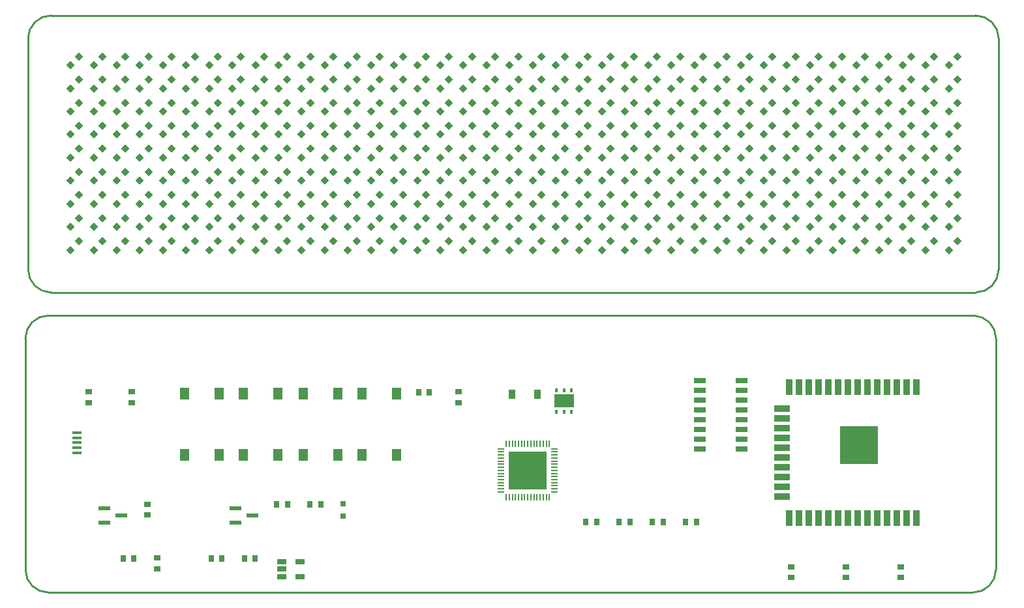
<source format=gtp>
%MOIN*%
%OFA0B0*%
%FSLAX44Y44*%
%IPPOS*%
%LPD*%
%ADD16C,0.01*%
%ADD18R,0.035433070866141732X0.07874015748031496*%
%ADD19R,0.07874015748031496X0.035433070866141732*%
%ADD20R,0.19685039370078741X0.19685039370078741*%
%ADD21R,0.035433070866141732X0.031496062992125991*%
%ADD22R,0.033070866141732283X0.0086614173228346455*%
%ADD23R,0.0086614173228346455X0.033070866141732283*%
%ADD24R,0.19488188976377954X0.19488188976377954*%
%ADD25R,0.047244094488188976X0.017716535433070866*%
%ADD26R,0.031496062992125991X0.035433070866141732*%
%ADD27R,0.060000000000000005X0.025*%
%ADD28R,0.051181102362204731X0.027559055118110236*%
%ADD29R,0.031496062992125991X0.031496062992125991*%
%ADD30R,0.062992125984251982X0.023622047244094488*%
%ADD31R,0.017716535433070866X0.023622047244094488*%
%ADD32R,0.10236220472440946X0.070866141732283464*%
%ADD33R,0.035984251968503939X0.047992125984251975*%
%ADD34R,0.051181102362204731X0.061019685039370088*%
%ADD47C,0.01*%
%ADD48P,0.044543307086614171X4X270*%
G01*
G75*
G36*
X00027444Y00008556D02*
X00027444Y00009281D01*
X00028168Y00009281D01*
X00028168Y00008556D01*
X00027444Y00008556D01*
D02*
G37*
G36*
X00027444Y00009533D02*
X00027444Y00010257D01*
X00028168Y00010257D01*
X00028168Y00009533D01*
X00027444Y00009533D01*
D02*
G37*
G36*
X00028420Y00008556D02*
X00028420Y00009281D01*
X00029145Y00009281D01*
X00029145Y00008556D01*
X00028420Y00008556D01*
D02*
G37*
G36*
X00028420Y00009533D02*
X00028420Y00010257D01*
X00029145Y00010257D01*
X00029145Y00009533D01*
X00028420Y00009533D01*
D02*
G37*
G36*
X00045835Y00011325D02*
X00045835Y00010078D01*
X00044587Y00010078D01*
X00044587Y00011325D01*
X00045835Y00011325D01*
D02*
G37*
D16*
X00003799Y00017331D02*
G03*
X00002618Y00016150J-00001181D01*
G01*
X00052224Y00016150D02*
G03*
X00051043Y00017331I-00001181D01*
G01*
X00051043Y00003158D02*
G03*
X00052224Y00004339J00001181D01*
G01*
X00002618Y00004339D02*
G03*
X00003799Y00003158I00001181D01*
G01*
X00002618Y00004339D02*
X00002618Y00016150D01*
X00003799Y00017321D02*
X00051043Y00017321D01*
X00003799Y00003158D02*
X00051043Y00003158D01*
X00052224Y00004339D02*
X00052224Y00016150D01*
D18*
X00048165Y00006960D02*
D03*
X00047665Y00006960D02*
D03*
X00047165Y00006960D02*
D03*
X00046665Y00006960D02*
D03*
X00046165Y00006960D02*
D03*
X00045665Y00006960D02*
D03*
X00045165Y00006960D02*
D03*
X00044665Y00006960D02*
D03*
X00044165Y00006960D02*
D03*
X00043665Y00006960D02*
D03*
X00043165Y00006960D02*
D03*
X00042665Y00006960D02*
D03*
X00042165Y00006960D02*
D03*
X00041665Y00006960D02*
D03*
X00041665Y00013653D02*
D03*
X00042165Y00013653D02*
D03*
X00042665Y00013653D02*
D03*
X00043165Y00013653D02*
D03*
X00043665Y00013653D02*
D03*
X00044165Y00013653D02*
D03*
X00044665Y00013653D02*
D03*
X00045165Y00013653D02*
D03*
X00045665Y00013653D02*
D03*
X00046165Y00013653D02*
D03*
X00046665Y00013653D02*
D03*
X00047165Y00013653D02*
D03*
X00047665Y00013653D02*
D03*
X00048165Y00013653D02*
D03*
D19*
X00041272Y00008057D02*
D03*
X00041272Y00008557D02*
D03*
X00041272Y00009057D02*
D03*
X00041272Y00009557D02*
D03*
X00041272Y00010057D02*
D03*
X00041272Y00010557D02*
D03*
X00041272Y00011057D02*
D03*
X00041272Y00011557D02*
D03*
X00041272Y00012057D02*
D03*
X00041272Y00012557D02*
D03*
D20*
X00045212Y00010700D02*
D03*
D21*
X00047344Y00003931D02*
D03*
X00047344Y00004482D02*
D03*
X00044544Y00003931D02*
D03*
X00044544Y00004482D02*
D03*
X00041744Y00003931D02*
D03*
X00041744Y00004482D02*
D03*
X00009344Y00004381D02*
D03*
X00009344Y00004932D02*
D03*
X00008844Y00007131D02*
D03*
X00008844Y00007682D02*
D03*
X00024744Y00012881D02*
D03*
X00024744Y00013432D02*
D03*
X00008044Y00012881D02*
D03*
X00008044Y00013432D02*
D03*
X00005844Y00012881D02*
D03*
X00005844Y00013432D02*
D03*
D22*
X00029651Y00008304D02*
D03*
X00029651Y00008462D02*
D03*
X00029651Y00008619D02*
D03*
X00029651Y00008777D02*
D03*
X00029651Y00008934D02*
D03*
X00029651Y00009092D02*
D03*
X00029651Y00009249D02*
D03*
X00029651Y00009407D02*
D03*
X00029651Y00009564D02*
D03*
X00029651Y00009722D02*
D03*
X00029651Y00009879D02*
D03*
X00029651Y00010037D02*
D03*
X00029651Y00010194D02*
D03*
X00029651Y00010351D02*
D03*
X00029651Y00010509D02*
D03*
X00026938Y00010509D02*
D03*
X00026938Y00010351D02*
D03*
X00026938Y00010194D02*
D03*
X00026938Y00010037D02*
D03*
X00026938Y00009879D02*
D03*
X00026938Y00009722D02*
D03*
X00026938Y00009564D02*
D03*
X00026938Y00009407D02*
D03*
X00026938Y00009249D02*
D03*
X00026938Y00009092D02*
D03*
X00026938Y00008934D02*
D03*
X00026938Y00008777D02*
D03*
X00026938Y00008619D02*
D03*
X00026938Y00008462D02*
D03*
X00026938Y00008304D02*
D03*
D23*
X00027192Y00008050D02*
D03*
X00027349Y00008050D02*
D03*
X00027507Y00008050D02*
D03*
X00027664Y00008050D02*
D03*
X00027822Y00008050D02*
D03*
X00027979Y00008050D02*
D03*
X00028137Y00008050D02*
D03*
X00028294Y00008050D02*
D03*
X00028452Y00008050D02*
D03*
X00028609Y00008050D02*
D03*
X00028767Y00008050D02*
D03*
X00028924Y00008050D02*
D03*
X00029082Y00008050D02*
D03*
X00029239Y00008050D02*
D03*
X00029397Y00008050D02*
D03*
X00029397Y00010763D02*
D03*
X00029239Y00010763D02*
D03*
X00029082Y00010763D02*
D03*
X00028924Y00010763D02*
D03*
X00028767Y00010763D02*
D03*
X00028609Y00010763D02*
D03*
X00028452Y00010763D02*
D03*
X00028294Y00010763D02*
D03*
X00028137Y00010763D02*
D03*
X00027979Y00010763D02*
D03*
X00027822Y00010763D02*
D03*
X00027664Y00010763D02*
D03*
X00027507Y00010763D02*
D03*
X00027349Y00010763D02*
D03*
X00027192Y00010763D02*
D03*
D24*
X00028294Y00009407D02*
D03*
D25*
X00005262Y00011336D02*
D03*
X00005262Y00011080D02*
D03*
X00005262Y00010824D02*
D03*
X00005262Y00010568D02*
D03*
X00005262Y00010312D02*
D03*
D26*
X00036369Y00006757D02*
D03*
X00036920Y00006757D02*
D03*
X00034669Y00006757D02*
D03*
X00035220Y00006757D02*
D03*
X00032969Y00006757D02*
D03*
X00033520Y00006757D02*
D03*
X00031269Y00006757D02*
D03*
X00031820Y00006757D02*
D03*
X00013819Y00004907D02*
D03*
X00014370Y00004907D02*
D03*
X00012119Y00004907D02*
D03*
X00012670Y00004907D02*
D03*
X00007619Y00004907D02*
D03*
X00008170Y00004907D02*
D03*
X00017169Y00007657D02*
D03*
X00017720Y00007657D02*
D03*
X00015469Y00007657D02*
D03*
X00016020Y00007657D02*
D03*
X00022719Y00013407D02*
D03*
X00023270Y00013407D02*
D03*
D27*
X00039205Y00011007D02*
D03*
X00037083Y00012007D02*
D03*
X00039205Y00010507D02*
D03*
X00039205Y00011507D02*
D03*
X00039205Y00012007D02*
D03*
X00037083Y00011507D02*
D03*
X00037083Y00012507D02*
D03*
X00037083Y00013007D02*
D03*
X00039205Y00013007D02*
D03*
X00037083Y00014007D02*
D03*
X00039205Y00012507D02*
D03*
X00039205Y00013507D02*
D03*
X00037083Y00013507D02*
D03*
X00039205Y00014007D02*
D03*
X00037083Y00011007D02*
D03*
X00037083Y00010507D02*
D03*
D28*
X00015722Y00004731D02*
D03*
X00015722Y00004357D02*
D03*
X00015722Y00003983D02*
D03*
X00016667Y00003983D02*
D03*
X00016667Y00004731D02*
D03*
D29*
X00018844Y00007057D02*
D03*
X00018844Y00007687D02*
D03*
D30*
X00013361Y00007481D02*
D03*
X00013361Y00006733D02*
D03*
X00014227Y00007107D02*
D03*
X00006661Y00007481D02*
D03*
X00006661Y00006733D02*
D03*
X00007527Y00007107D02*
D03*
D31*
X00029770Y00013508D02*
D03*
X00030144Y00012405D02*
D03*
X00030518Y00013508D02*
D03*
X00030144Y00013508D02*
D03*
X00029770Y00012405D02*
D03*
X00030518Y00012405D02*
D03*
D32*
X00030144Y00012957D02*
D03*
D33*
X00027499Y00013307D02*
D03*
X00028789Y00013307D02*
D03*
D34*
X00019809Y00010192D02*
D03*
X00019809Y00013322D02*
D03*
X00021580Y00010192D02*
D03*
X00021580Y00013322D02*
D03*
X00016809Y00010192D02*
D03*
X00016809Y00013322D02*
D03*
X00018580Y00010192D02*
D03*
X00018580Y00013322D02*
D03*
X00013759Y00010192D02*
D03*
X00013759Y00013322D02*
D03*
X00015530Y00010192D02*
D03*
X00015530Y00013322D02*
D03*
X00010759Y00010192D02*
D03*
X00010759Y00013322D02*
D03*
X00012530Y00010192D02*
D03*
X00012530Y00013322D02*
D03*
G04 next file*
G04*
G04 #@! TF.GenerationSoftware,Altium Limited,Altium Designer,18.1.9 (240)*
G04*
G04 Layer_Color=8421504*
G04 skipping 71
G01*
G75*
D47*
X00002755Y00019685D02*
G03*
X00003937Y00018503I00001181D01*
G01*
X00051181Y00018503D02*
G03*
X00052362Y00019685J00001181D01*
G01*
X00052362Y00031496D02*
G03*
X00051181Y00032677I-00001181D01*
G01*
X00003937Y00032677D02*
G03*
X00002755Y00031496J-00001181D01*
G01*
X00052362Y00019685D02*
X00052362Y00031496D01*
X00003937Y00018503D02*
X00051181Y00018503D01*
X00003937Y00032667D02*
X00051181Y00032667D01*
X00002755Y00019685D02*
X00002755Y00031496D01*
D48*
X00050251Y00021127D02*
D03*
X00049806Y00020682D02*
D03*
X00049070Y00021127D02*
D03*
X00048624Y00020682D02*
D03*
X00047889Y00021127D02*
D03*
X00047443Y00020682D02*
D03*
X00046708Y00021127D02*
D03*
X00046262Y00020682D02*
D03*
X00045527Y00021127D02*
D03*
X00045081Y00020682D02*
D03*
X00044345Y00021127D02*
D03*
X00043900Y00020682D02*
D03*
X00043164Y00021127D02*
D03*
X00042719Y00020682D02*
D03*
X00041983Y00021127D02*
D03*
X00041538Y00020682D02*
D03*
X00040802Y00021127D02*
D03*
X00040357Y00020682D02*
D03*
X00039621Y00021127D02*
D03*
X00039176Y00020682D02*
D03*
X00038440Y00021127D02*
D03*
X00037995Y00020682D02*
D03*
X00037259Y00021127D02*
D03*
X00036813Y00020682D02*
D03*
X00036078Y00021127D02*
D03*
X00035632Y00020682D02*
D03*
X00034897Y00021127D02*
D03*
X00034451Y00020682D02*
D03*
X00033716Y00021127D02*
D03*
X00033270Y00020682D02*
D03*
X00032534Y00021127D02*
D03*
X00032089Y00020682D02*
D03*
X00031353Y00021127D02*
D03*
X00030908Y00020682D02*
D03*
X00030172Y00021127D02*
D03*
X00029727Y00020682D02*
D03*
X00028991Y00021127D02*
D03*
X00028546Y00020682D02*
D03*
X00027810Y00021127D02*
D03*
X00027365Y00020682D02*
D03*
X00026629Y00021127D02*
D03*
X00026184Y00020682D02*
D03*
X00025448Y00021127D02*
D03*
X00025002Y00020682D02*
D03*
X00024267Y00021127D02*
D03*
X00023821Y00020682D02*
D03*
X00023086Y00021127D02*
D03*
X00022640Y00020682D02*
D03*
X00021905Y00021127D02*
D03*
X00021459Y00020682D02*
D03*
X00020723Y00021127D02*
D03*
X00020278Y00020682D02*
D03*
X00019542Y00021127D02*
D03*
X00019097Y00020682D02*
D03*
X00018361Y00021127D02*
D03*
X00017916Y00020682D02*
D03*
X00017180Y00021127D02*
D03*
X00016735Y00020682D02*
D03*
X00015999Y00021127D02*
D03*
X00015554Y00020682D02*
D03*
X00014818Y00021127D02*
D03*
X00014372Y00020682D02*
D03*
X00013637Y00021127D02*
D03*
X00013191Y00020682D02*
D03*
X00012456Y00021127D02*
D03*
X00012010Y00020682D02*
D03*
X00011275Y00021127D02*
D03*
X00010829Y00020682D02*
D03*
X00010094Y00021127D02*
D03*
X00009648Y00020682D02*
D03*
X00008912Y00021127D02*
D03*
X00008467Y00020682D02*
D03*
X00007731Y00021127D02*
D03*
X00007286Y00020682D02*
D03*
X00006550Y00021127D02*
D03*
X00006105Y00020682D02*
D03*
X00005369Y00021127D02*
D03*
X00004924Y00020682D02*
D03*
X00050251Y00022308D02*
D03*
X00049806Y00021863D02*
D03*
X00049070Y00022308D02*
D03*
X00048624Y00021863D02*
D03*
X00047889Y00022308D02*
D03*
X00047443Y00021863D02*
D03*
X00046708Y00022308D02*
D03*
X00046262Y00021863D02*
D03*
X00045527Y00022308D02*
D03*
X00045081Y00021863D02*
D03*
X00044345Y00022308D02*
D03*
X00043900Y00021863D02*
D03*
X00043164Y00022308D02*
D03*
X00042719Y00021863D02*
D03*
X00041983Y00022308D02*
D03*
X00041538Y00021863D02*
D03*
X00040802Y00022308D02*
D03*
X00040357Y00021863D02*
D03*
X00039621Y00022308D02*
D03*
X00039176Y00021863D02*
D03*
X00038440Y00022308D02*
D03*
X00037995Y00021863D02*
D03*
X00037259Y00022308D02*
D03*
X00036813Y00021863D02*
D03*
X00036078Y00022308D02*
D03*
X00035632Y00021863D02*
D03*
X00034897Y00022308D02*
D03*
X00034451Y00021863D02*
D03*
X00033716Y00022308D02*
D03*
X00033270Y00021863D02*
D03*
X00032534Y00022308D02*
D03*
X00032089Y00021863D02*
D03*
X00031353Y00022308D02*
D03*
X00030908Y00021863D02*
D03*
X00030172Y00022308D02*
D03*
X00029727Y00021863D02*
D03*
X00028991Y00022308D02*
D03*
X00028546Y00021863D02*
D03*
X00027810Y00022308D02*
D03*
X00027365Y00021863D02*
D03*
X00026629Y00022308D02*
D03*
X00026184Y00021863D02*
D03*
X00025448Y00022308D02*
D03*
X00025002Y00021863D02*
D03*
X00024267Y00022308D02*
D03*
X00023821Y00021863D02*
D03*
X00023086Y00022308D02*
D03*
X00022640Y00021863D02*
D03*
X00021905Y00022308D02*
D03*
X00021459Y00021863D02*
D03*
X00020723Y00022308D02*
D03*
X00020278Y00021863D02*
D03*
X00019542Y00022308D02*
D03*
X00019097Y00021863D02*
D03*
X00018361Y00022308D02*
D03*
X00017916Y00021863D02*
D03*
X00017180Y00022308D02*
D03*
X00016735Y00021863D02*
D03*
X00015999Y00022308D02*
D03*
X00015554Y00021863D02*
D03*
X00014818Y00022308D02*
D03*
X00014372Y00021863D02*
D03*
X00013637Y00022308D02*
D03*
X00013191Y00021863D02*
D03*
X00012456Y00022308D02*
D03*
X00012010Y00021863D02*
D03*
X00011275Y00022308D02*
D03*
X00010829Y00021863D02*
D03*
X00010094Y00022308D02*
D03*
X00009648Y00021863D02*
D03*
X00008912Y00022308D02*
D03*
X00008467Y00021863D02*
D03*
X00007731Y00022308D02*
D03*
X00007286Y00021863D02*
D03*
X00006550Y00022308D02*
D03*
X00006105Y00021863D02*
D03*
X00005369Y00022308D02*
D03*
X00004924Y00021863D02*
D03*
X00050251Y00023489D02*
D03*
X00049806Y00023044D02*
D03*
X00049070Y00023489D02*
D03*
X00048624Y00023044D02*
D03*
X00047889Y00023489D02*
D03*
X00047443Y00023044D02*
D03*
X00046708Y00023489D02*
D03*
X00046262Y00023044D02*
D03*
X00045527Y00023489D02*
D03*
X00045081Y00023044D02*
D03*
X00044345Y00023489D02*
D03*
X00043900Y00023044D02*
D03*
X00043164Y00023489D02*
D03*
X00042719Y00023044D02*
D03*
X00041983Y00023489D02*
D03*
X00041538Y00023044D02*
D03*
X00040802Y00023489D02*
D03*
X00040357Y00023044D02*
D03*
X00039621Y00023489D02*
D03*
X00039176Y00023044D02*
D03*
X00038440Y00023489D02*
D03*
X00037995Y00023044D02*
D03*
X00037259Y00023489D02*
D03*
X00036813Y00023044D02*
D03*
X00036078Y00023489D02*
D03*
X00035632Y00023044D02*
D03*
X00034897Y00023489D02*
D03*
X00034451Y00023044D02*
D03*
X00033716Y00023489D02*
D03*
X00033270Y00023044D02*
D03*
X00032534Y00023489D02*
D03*
X00032089Y00023044D02*
D03*
X00031353Y00023489D02*
D03*
X00030908Y00023044D02*
D03*
X00030172Y00023489D02*
D03*
X00029727Y00023044D02*
D03*
X00028991Y00023489D02*
D03*
X00028546Y00023044D02*
D03*
X00027810Y00023489D02*
D03*
X00027365Y00023044D02*
D03*
X00026629Y00023489D02*
D03*
X00026184Y00023044D02*
D03*
X00025448Y00023489D02*
D03*
X00025002Y00023044D02*
D03*
X00024267Y00023489D02*
D03*
X00023821Y00023044D02*
D03*
X00023086Y00023489D02*
D03*
X00022640Y00023044D02*
D03*
X00021905Y00023489D02*
D03*
X00021459Y00023044D02*
D03*
X00020723Y00023489D02*
D03*
X00020278Y00023044D02*
D03*
X00019542Y00023489D02*
D03*
X00019097Y00023044D02*
D03*
X00018361Y00023489D02*
D03*
X00017916Y00023044D02*
D03*
X00017180Y00023489D02*
D03*
X00016735Y00023044D02*
D03*
X00015999Y00023489D02*
D03*
X00015554Y00023044D02*
D03*
X00014818Y00023489D02*
D03*
X00014372Y00023044D02*
D03*
X00013637Y00023489D02*
D03*
X00013191Y00023044D02*
D03*
X00012456Y00023489D02*
D03*
X00012010Y00023044D02*
D03*
X00011275Y00023489D02*
D03*
X00010829Y00023044D02*
D03*
X00010094Y00023489D02*
D03*
X00009648Y00023044D02*
D03*
X00008912Y00023489D02*
D03*
X00008467Y00023044D02*
D03*
X00007731Y00023489D02*
D03*
X00007286Y00023044D02*
D03*
X00006550Y00023489D02*
D03*
X00006105Y00023044D02*
D03*
X00005369Y00023489D02*
D03*
X00004924Y00023044D02*
D03*
X00050251Y00024670D02*
D03*
X00049806Y00024225D02*
D03*
X00049070Y00024670D02*
D03*
X00048624Y00024225D02*
D03*
X00047889Y00024670D02*
D03*
X00047443Y00024225D02*
D03*
X00046708Y00024670D02*
D03*
X00046262Y00024225D02*
D03*
X00045527Y00024670D02*
D03*
X00045081Y00024225D02*
D03*
X00044345Y00024670D02*
D03*
X00043900Y00024225D02*
D03*
X00043164Y00024670D02*
D03*
X00042719Y00024225D02*
D03*
X00041983Y00024670D02*
D03*
X00041538Y00024225D02*
D03*
X00040802Y00024670D02*
D03*
X00040357Y00024225D02*
D03*
X00039621Y00024670D02*
D03*
X00039176Y00024225D02*
D03*
X00038440Y00024670D02*
D03*
X00037995Y00024225D02*
D03*
X00037259Y00024670D02*
D03*
X00036813Y00024225D02*
D03*
X00036078Y00024670D02*
D03*
X00035632Y00024225D02*
D03*
X00034897Y00024670D02*
D03*
X00034451Y00024225D02*
D03*
X00033716Y00024670D02*
D03*
X00033270Y00024225D02*
D03*
X00032534Y00024670D02*
D03*
X00032089Y00024225D02*
D03*
X00031353Y00024670D02*
D03*
X00030908Y00024225D02*
D03*
X00030172Y00024670D02*
D03*
X00029727Y00024225D02*
D03*
X00028991Y00024670D02*
D03*
X00028546Y00024225D02*
D03*
X00027810Y00024670D02*
D03*
X00027365Y00024225D02*
D03*
X00026629Y00024670D02*
D03*
X00026184Y00024225D02*
D03*
X00025448Y00024670D02*
D03*
X00025002Y00024225D02*
D03*
X00024267Y00024670D02*
D03*
X00023821Y00024225D02*
D03*
X00023086Y00024670D02*
D03*
X00022640Y00024225D02*
D03*
X00021905Y00024670D02*
D03*
X00021459Y00024225D02*
D03*
X00020723Y00024670D02*
D03*
X00020278Y00024225D02*
D03*
X00019542Y00024670D02*
D03*
X00019097Y00024225D02*
D03*
X00018361Y00024670D02*
D03*
X00017916Y00024225D02*
D03*
X00017180Y00024670D02*
D03*
X00016735Y00024225D02*
D03*
X00015999Y00024670D02*
D03*
X00015554Y00024225D02*
D03*
X00014818Y00024670D02*
D03*
X00014372Y00024225D02*
D03*
X00013637Y00024670D02*
D03*
X00013191Y00024225D02*
D03*
X00012456Y00024670D02*
D03*
X00012010Y00024225D02*
D03*
X00011275Y00024670D02*
D03*
X00010829Y00024225D02*
D03*
X00010094Y00024670D02*
D03*
X00009648Y00024225D02*
D03*
X00008912Y00024670D02*
D03*
X00008467Y00024225D02*
D03*
X00007731Y00024670D02*
D03*
X00007286Y00024225D02*
D03*
X00006550Y00024670D02*
D03*
X00006105Y00024225D02*
D03*
X00005369Y00024670D02*
D03*
X00004924Y00024225D02*
D03*
X00050251Y00025851D02*
D03*
X00049806Y00025406D02*
D03*
X00049070Y00025851D02*
D03*
X00048624Y00025406D02*
D03*
X00047889Y00025851D02*
D03*
X00047443Y00025406D02*
D03*
X00046708Y00025851D02*
D03*
X00046262Y00025406D02*
D03*
X00045527Y00025851D02*
D03*
X00045081Y00025406D02*
D03*
X00044345Y00025851D02*
D03*
X00043900Y00025406D02*
D03*
X00043164Y00025851D02*
D03*
X00042719Y00025406D02*
D03*
X00041983Y00025851D02*
D03*
X00041538Y00025406D02*
D03*
X00040802Y00025851D02*
D03*
X00040357Y00025406D02*
D03*
X00039621Y00025851D02*
D03*
X00039176Y00025406D02*
D03*
X00038440Y00025851D02*
D03*
X00037995Y00025406D02*
D03*
X00037259Y00025851D02*
D03*
X00036813Y00025406D02*
D03*
X00036078Y00025851D02*
D03*
X00035632Y00025406D02*
D03*
X00034897Y00025851D02*
D03*
X00034451Y00025406D02*
D03*
X00033716Y00025851D02*
D03*
X00033270Y00025406D02*
D03*
X00032534Y00025851D02*
D03*
X00032089Y00025406D02*
D03*
X00031353Y00025851D02*
D03*
X00030908Y00025406D02*
D03*
X00030172Y00025851D02*
D03*
X00029727Y00025406D02*
D03*
X00028991Y00025851D02*
D03*
X00028546Y00025406D02*
D03*
X00027810Y00025851D02*
D03*
X00027365Y00025406D02*
D03*
X00026629Y00025851D02*
D03*
X00026184Y00025406D02*
D03*
X00025448Y00025851D02*
D03*
X00025002Y00025406D02*
D03*
X00024267Y00025851D02*
D03*
X00023821Y00025406D02*
D03*
X00023086Y00025851D02*
D03*
X00022640Y00025406D02*
D03*
X00021905Y00025851D02*
D03*
X00021459Y00025406D02*
D03*
X00020723Y00025851D02*
D03*
X00020278Y00025406D02*
D03*
X00019542Y00025851D02*
D03*
X00019097Y00025406D02*
D03*
X00018361Y00025851D02*
D03*
X00017916Y00025406D02*
D03*
X00017180Y00025851D02*
D03*
X00016735Y00025406D02*
D03*
X00015999Y00025851D02*
D03*
X00015554Y00025406D02*
D03*
X00014818Y00025851D02*
D03*
X00014372Y00025406D02*
D03*
X00013637Y00025851D02*
D03*
X00013191Y00025406D02*
D03*
X00012456Y00025851D02*
D03*
X00012010Y00025406D02*
D03*
X00011275Y00025851D02*
D03*
X00010829Y00025406D02*
D03*
X00010094Y00025851D02*
D03*
X00009648Y00025406D02*
D03*
X00008912Y00025851D02*
D03*
X00008467Y00025406D02*
D03*
X00007731Y00025851D02*
D03*
X00007286Y00025406D02*
D03*
X00006550Y00025851D02*
D03*
X00006105Y00025406D02*
D03*
X00005369Y00025851D02*
D03*
X00004924Y00025406D02*
D03*
X00050251Y00027032D02*
D03*
X00049806Y00026587D02*
D03*
X00049070Y00027032D02*
D03*
X00048624Y00026587D02*
D03*
X00047889Y00027032D02*
D03*
X00047443Y00026587D02*
D03*
X00046708Y00027032D02*
D03*
X00046262Y00026587D02*
D03*
X00045527Y00027032D02*
D03*
X00045081Y00026587D02*
D03*
X00044345Y00027032D02*
D03*
X00043900Y00026587D02*
D03*
X00043164Y00027032D02*
D03*
X00042719Y00026587D02*
D03*
X00041983Y00027032D02*
D03*
X00041538Y00026587D02*
D03*
X00040802Y00027032D02*
D03*
X00040357Y00026587D02*
D03*
X00039621Y00027032D02*
D03*
X00039176Y00026587D02*
D03*
X00038440Y00027032D02*
D03*
X00037995Y00026587D02*
D03*
X00037259Y00027032D02*
D03*
X00036813Y00026587D02*
D03*
X00036078Y00027032D02*
D03*
X00035632Y00026587D02*
D03*
X00034897Y00027032D02*
D03*
X00034451Y00026587D02*
D03*
X00033716Y00027032D02*
D03*
X00033270Y00026587D02*
D03*
X00032534Y00027032D02*
D03*
X00032089Y00026587D02*
D03*
X00031353Y00027032D02*
D03*
X00030908Y00026587D02*
D03*
X00030172Y00027032D02*
D03*
X00029727Y00026587D02*
D03*
X00028991Y00027032D02*
D03*
X00028546Y00026587D02*
D03*
X00027810Y00027032D02*
D03*
X00027365Y00026587D02*
D03*
X00026629Y00027032D02*
D03*
X00026184Y00026587D02*
D03*
X00025448Y00027032D02*
D03*
X00025002Y00026587D02*
D03*
X00024267Y00027032D02*
D03*
X00023821Y00026587D02*
D03*
X00023086Y00027032D02*
D03*
X00022640Y00026587D02*
D03*
X00021905Y00027032D02*
D03*
X00021459Y00026587D02*
D03*
X00020723Y00027032D02*
D03*
X00020278Y00026587D02*
D03*
X00019542Y00027032D02*
D03*
X00019097Y00026587D02*
D03*
X00018361Y00027032D02*
D03*
X00017916Y00026587D02*
D03*
X00017180Y00027032D02*
D03*
X00016735Y00026587D02*
D03*
X00015999Y00027032D02*
D03*
X00015554Y00026587D02*
D03*
X00014818Y00027032D02*
D03*
X00014372Y00026587D02*
D03*
X00013637Y00027032D02*
D03*
X00013191Y00026587D02*
D03*
X00012456Y00027032D02*
D03*
X00012010Y00026587D02*
D03*
X00011275Y00027032D02*
D03*
X00010829Y00026587D02*
D03*
X00010094Y00027032D02*
D03*
X00009648Y00026587D02*
D03*
X00008912Y00027032D02*
D03*
X00008467Y00026587D02*
D03*
X00007731Y00027032D02*
D03*
X00007286Y00026587D02*
D03*
X00006550Y00027032D02*
D03*
X00006105Y00026587D02*
D03*
X00005369Y00027032D02*
D03*
X00004924Y00026587D02*
D03*
X00050251Y00028214D02*
D03*
X00049806Y00027768D02*
D03*
X00049070Y00028214D02*
D03*
X00048624Y00027768D02*
D03*
X00047889Y00028214D02*
D03*
X00047443Y00027768D02*
D03*
X00046708Y00028214D02*
D03*
X00046262Y00027768D02*
D03*
X00045527Y00028214D02*
D03*
X00045081Y00027768D02*
D03*
X00044345Y00028214D02*
D03*
X00043900Y00027768D02*
D03*
X00043164Y00028214D02*
D03*
X00042719Y00027768D02*
D03*
X00041983Y00028214D02*
D03*
X00041538Y00027768D02*
D03*
X00040802Y00028214D02*
D03*
X00040357Y00027768D02*
D03*
X00039621Y00028214D02*
D03*
X00039176Y00027768D02*
D03*
X00038440Y00028214D02*
D03*
X00037995Y00027768D02*
D03*
X00037259Y00028214D02*
D03*
X00036813Y00027768D02*
D03*
X00036078Y00028214D02*
D03*
X00035632Y00027768D02*
D03*
X00034897Y00028214D02*
D03*
X00034451Y00027768D02*
D03*
X00033716Y00028214D02*
D03*
X00033270Y00027768D02*
D03*
X00032534Y00028214D02*
D03*
X00032089Y00027768D02*
D03*
X00031353Y00028214D02*
D03*
X00030908Y00027768D02*
D03*
X00030172Y00028214D02*
D03*
X00029727Y00027768D02*
D03*
X00028991Y00028214D02*
D03*
X00028546Y00027768D02*
D03*
X00027810Y00028214D02*
D03*
X00027365Y00027768D02*
D03*
X00026629Y00028214D02*
D03*
X00026184Y00027768D02*
D03*
X00025448Y00028214D02*
D03*
X00025002Y00027768D02*
D03*
X00024267Y00028214D02*
D03*
X00023821Y00027768D02*
D03*
X00023086Y00028214D02*
D03*
X00022640Y00027768D02*
D03*
X00021905Y00028214D02*
D03*
X00021459Y00027768D02*
D03*
X00020723Y00028214D02*
D03*
X00020278Y00027768D02*
D03*
X00019542Y00028214D02*
D03*
X00019097Y00027768D02*
D03*
X00018361Y00028214D02*
D03*
X00017916Y00027768D02*
D03*
X00017180Y00028214D02*
D03*
X00016735Y00027768D02*
D03*
X00015999Y00028214D02*
D03*
X00015554Y00027768D02*
D03*
X00014818Y00028214D02*
D03*
X00014372Y00027768D02*
D03*
X00013637Y00028214D02*
D03*
X00013191Y00027768D02*
D03*
X00012456Y00028214D02*
D03*
X00012010Y00027768D02*
D03*
X00011275Y00028214D02*
D03*
X00010829Y00027768D02*
D03*
X00010094Y00028214D02*
D03*
X00009648Y00027768D02*
D03*
X00008912Y00028214D02*
D03*
X00008467Y00027768D02*
D03*
X00007731Y00028214D02*
D03*
X00007286Y00027768D02*
D03*
X00006550Y00028214D02*
D03*
X00006105Y00027768D02*
D03*
X00005369Y00028214D02*
D03*
X00004924Y00027768D02*
D03*
X00050251Y00029395D02*
D03*
X00049806Y00028949D02*
D03*
X00049070Y00029395D02*
D03*
X00048624Y00028949D02*
D03*
X00047889Y00029395D02*
D03*
X00047443Y00028949D02*
D03*
X00046708Y00029395D02*
D03*
X00046262Y00028949D02*
D03*
X00045527Y00029395D02*
D03*
X00045081Y00028949D02*
D03*
X00044345Y00029395D02*
D03*
X00043900Y00028949D02*
D03*
X00043164Y00029395D02*
D03*
X00042719Y00028949D02*
D03*
X00041983Y00029395D02*
D03*
X00041538Y00028949D02*
D03*
X00040802Y00029395D02*
D03*
X00040357Y00028949D02*
D03*
X00039621Y00029395D02*
D03*
X00039176Y00028949D02*
D03*
X00038440Y00029395D02*
D03*
X00037995Y00028949D02*
D03*
X00037259Y00029395D02*
D03*
X00036813Y00028949D02*
D03*
X00036078Y00029395D02*
D03*
X00035632Y00028949D02*
D03*
X00034897Y00029395D02*
D03*
X00034451Y00028949D02*
D03*
X00033716Y00029395D02*
D03*
X00033270Y00028949D02*
D03*
X00032534Y00029395D02*
D03*
X00032089Y00028949D02*
D03*
X00031353Y00029395D02*
D03*
X00030908Y00028949D02*
D03*
X00030172Y00029395D02*
D03*
X00029727Y00028949D02*
D03*
X00028991Y00029395D02*
D03*
X00028546Y00028949D02*
D03*
X00027810Y00029395D02*
D03*
X00027365Y00028949D02*
D03*
X00026629Y00029395D02*
D03*
X00026184Y00028949D02*
D03*
X00025448Y00029395D02*
D03*
X00025002Y00028949D02*
D03*
X00024267Y00029395D02*
D03*
X00023821Y00028949D02*
D03*
X00023086Y00029395D02*
D03*
X00022640Y00028949D02*
D03*
X00021905Y00029395D02*
D03*
X00021459Y00028949D02*
D03*
X00020723Y00029395D02*
D03*
X00020278Y00028949D02*
D03*
X00019542Y00029395D02*
D03*
X00019097Y00028949D02*
D03*
X00018361Y00029395D02*
D03*
X00017916Y00028949D02*
D03*
X00017180Y00029395D02*
D03*
X00016735Y00028949D02*
D03*
X00015999Y00029395D02*
D03*
X00015554Y00028949D02*
D03*
X00014818Y00029395D02*
D03*
X00014372Y00028949D02*
D03*
X00013637Y00029395D02*
D03*
X00013191Y00028949D02*
D03*
X00012456Y00029395D02*
D03*
X00012010Y00028949D02*
D03*
X00011275Y00029395D02*
D03*
X00010829Y00028949D02*
D03*
X00010094Y00029395D02*
D03*
X00009648Y00028949D02*
D03*
X00008912Y00029395D02*
D03*
X00008467Y00028949D02*
D03*
X00007731Y00029395D02*
D03*
X00007286Y00028949D02*
D03*
X00006550Y00029395D02*
D03*
X00006105Y00028949D02*
D03*
X00005369Y00029395D02*
D03*
X00004924Y00028949D02*
D03*
X00050251Y00030576D02*
D03*
X00049806Y00030130D02*
D03*
X00049070Y00030576D02*
D03*
X00048624Y00030130D02*
D03*
X00047889Y00030576D02*
D03*
X00047443Y00030130D02*
D03*
X00046708Y00030576D02*
D03*
X00046262Y00030130D02*
D03*
X00045527Y00030576D02*
D03*
X00045081Y00030130D02*
D03*
X00044345Y00030576D02*
D03*
X00043900Y00030130D02*
D03*
X00043164Y00030576D02*
D03*
X00042719Y00030130D02*
D03*
X00041983Y00030576D02*
D03*
X00041538Y00030130D02*
D03*
X00040802Y00030576D02*
D03*
X00040357Y00030130D02*
D03*
X00039621Y00030576D02*
D03*
X00039176Y00030130D02*
D03*
X00038440Y00030576D02*
D03*
X00037995Y00030130D02*
D03*
X00037259Y00030576D02*
D03*
X00036813Y00030130D02*
D03*
X00036078Y00030576D02*
D03*
X00035632Y00030130D02*
D03*
X00034897Y00030576D02*
D03*
X00034451Y00030130D02*
D03*
X00033716Y00030576D02*
D03*
X00033270Y00030130D02*
D03*
X00032534Y00030576D02*
D03*
X00032089Y00030130D02*
D03*
X00031353Y00030576D02*
D03*
X00030908Y00030130D02*
D03*
X00030172Y00030576D02*
D03*
X00029727Y00030130D02*
D03*
X00028991Y00030576D02*
D03*
X00028546Y00030130D02*
D03*
X00027810Y00030576D02*
D03*
X00027365Y00030130D02*
D03*
X00026629Y00030576D02*
D03*
X00026184Y00030130D02*
D03*
X00025448Y00030576D02*
D03*
X00025002Y00030130D02*
D03*
X00024267Y00030576D02*
D03*
X00023821Y00030130D02*
D03*
X00023086Y00030576D02*
D03*
X00022640Y00030130D02*
D03*
X00021905Y00030576D02*
D03*
X00021459Y00030130D02*
D03*
X00020723Y00030576D02*
D03*
X00020278Y00030130D02*
D03*
X00019542Y00030576D02*
D03*
X00019097Y00030130D02*
D03*
X00018361Y00030576D02*
D03*
X00017916Y00030130D02*
D03*
X00017180Y00030576D02*
D03*
X00016735Y00030130D02*
D03*
X00015999Y00030576D02*
D03*
X00015554Y00030130D02*
D03*
X00014818Y00030576D02*
D03*
X00014372Y00030130D02*
D03*
X00013637Y00030576D02*
D03*
X00013191Y00030130D02*
D03*
X00012456Y00030576D02*
D03*
X00012010Y00030130D02*
D03*
X00011275Y00030576D02*
D03*
X00010829Y00030130D02*
D03*
X00010094Y00030576D02*
D03*
X00009648Y00030130D02*
D03*
X00008912Y00030576D02*
D03*
X00008467Y00030130D02*
D03*
X00007731Y00030576D02*
D03*
X00007286Y00030130D02*
D03*
X00006550Y00030576D02*
D03*
X00006105Y00030130D02*
D03*
X00005369Y00030576D02*
D03*
X00004924Y00030130D02*
D03*
M02*
</source>
